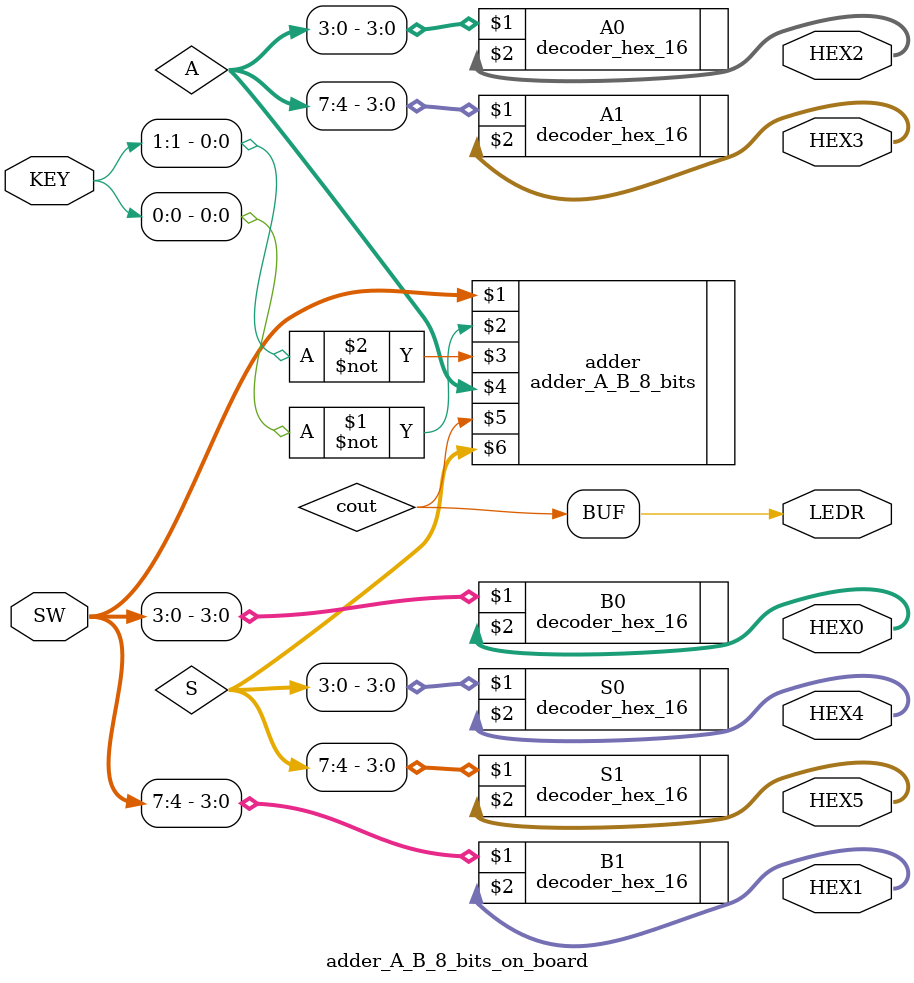
<source format=v>
module adder_A_B_8_bits_on_board(
	input [7:0] SW, 
	input [1:0] KEY,
	output [0:6] HEX3, HEX2, HEX1, HEX0, HEX4, HEX5,
	output [0:0] LEDR);
	
	wire [7:0] A, S;
	wire cout;
	
	adder_A_B_8_bits adder(SW, ~KEY[0], ~KEY[1], A, cout, S);
	
	decoder_hex_16 A1(A[7:4], HEX3[0:6]);
	decoder_hex_16 A0(A[3:0], HEX2[0:6]);
	
	decoder_hex_16 B1(SW[7:4], HEX1[0:6]);
	decoder_hex_16 B0(SW[3:0], HEX0[0:6]);
	
	assign LEDR[0] = cout;
	
	decoder_hex_16 S1(S[7:4], HEX5[0:6]);
	decoder_hex_16 S0(S[3:0], HEX4[0:6]);
	
	
	
endmodule

</source>
